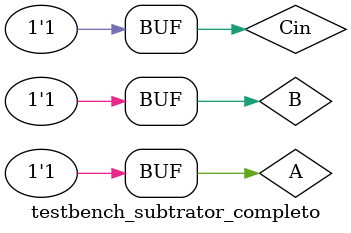
<source format=v>
`timescale 1ns/1ns
`include "subtrator_completo.v"

module testbench_subtrator_completo;

    reg A, B, Cin;
    wire S, Cout;

    subtrator_completo uut (.A(A), .B(B), .Cin(Cin), .S(S), .Cout(Cout));

    initial begin
        $dumpfile("testbench_subtrator_completo.vcd");
        $dumpvars(0, testbench_subtrator_completo);

        Cin = 0;
        A = 0; B = 0; #20
        A = 0; B = 1; #20
        A = 1; B = 0; #20
        A = 1; B = 1; #20

        Cin = 1;
        A = 0; B = 0; #20
        A = 0; B = 1; #20
        A = 1; B = 0; #20
        A = 1; B = 1; #20

        $display("Teste completo");
    end

endmodule
</source>
